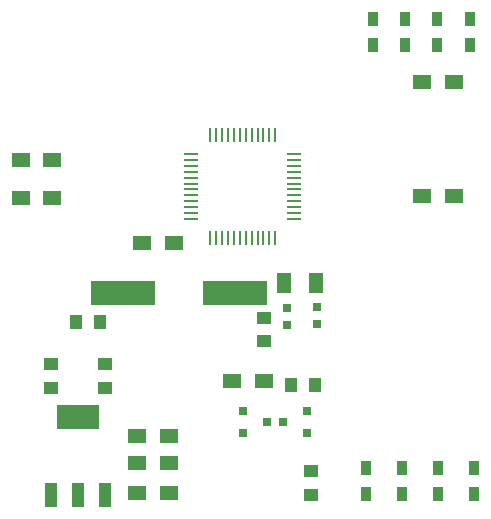
<source format=gbr>
G04 #@! TF.FileFunction,Paste,Bot*
%FSLAX46Y46*%
G04 Gerber Fmt 4.6, Leading zero omitted, Abs format (unit mm)*
G04 Created by KiCad (PCBNEW 4.0.1-stable) date 12-Feb-16 11:10:28 AM*
%MOMM*%
G01*
G04 APERTURE LIST*
%ADD10C,0.100000*%
%ADD11R,1.250000X1.000000*%
%ADD12R,1.000000X1.250000*%
%ADD13R,0.800100X0.800100*%
%ADD14R,1.500000X1.300000*%
%ADD15R,0.250000X1.300000*%
%ADD16R,1.300000X0.250000*%
%ADD17R,3.657600X2.032000*%
%ADD18R,1.016000X2.032000*%
%ADD19R,0.750000X0.800000*%
%ADD20R,0.900000X1.200000*%
%ADD21R,5.500000X2.000000*%
%ADD22R,1.200000X1.800000*%
G04 APERTURE END LIST*
D10*
D11*
X33710000Y-45850000D03*
X33710000Y-43850000D03*
X11694000Y-36814000D03*
X11694000Y-34814000D03*
X16266000Y-36814000D03*
X16266000Y-34814000D03*
X29750000Y-30850000D03*
X29750000Y-32850000D03*
D12*
X15790000Y-31240000D03*
X13790000Y-31240000D03*
X32030000Y-36576000D03*
X34030000Y-36576000D03*
D13*
X33350760Y-38750000D03*
X33350760Y-40650000D03*
X31351780Y-39700000D03*
X27949240Y-40650000D03*
X27949240Y-38750000D03*
X29948220Y-39700000D03*
D14*
X29730000Y-36190000D03*
X27030000Y-36190000D03*
X18980000Y-40894000D03*
X21680000Y-40894000D03*
X45820000Y-10910000D03*
X43120000Y-10910000D03*
X45760000Y-20550000D03*
X43060000Y-20550000D03*
X22110000Y-24570000D03*
X19410000Y-24570000D03*
X11800000Y-17500000D03*
X9100000Y-17500000D03*
X11800000Y-20700000D03*
X9100000Y-20700000D03*
D15*
X30665000Y-24105000D03*
X30165000Y-24105000D03*
X29665000Y-24105000D03*
X29165000Y-24105000D03*
X28665000Y-24105000D03*
X28165000Y-24105000D03*
X27665000Y-24105000D03*
X27165000Y-24105000D03*
X26665000Y-24105000D03*
X26165000Y-24105000D03*
X25665000Y-24105000D03*
X25165000Y-24105000D03*
D16*
X23565000Y-22505000D03*
X23565000Y-22005000D03*
X23565000Y-21505000D03*
X23565000Y-21005000D03*
X23565000Y-20505000D03*
X23565000Y-20005000D03*
X23565000Y-19505000D03*
X23565000Y-19005000D03*
X23565000Y-18505000D03*
X23565000Y-18005000D03*
X23565000Y-17505000D03*
X23565000Y-17005000D03*
D15*
X25165000Y-15405000D03*
X25665000Y-15405000D03*
X26165000Y-15405000D03*
X26665000Y-15405000D03*
X27165000Y-15405000D03*
X27665000Y-15405000D03*
X28165000Y-15405000D03*
X28665000Y-15405000D03*
X29165000Y-15405000D03*
X29665000Y-15405000D03*
X30165000Y-15405000D03*
X30665000Y-15405000D03*
D16*
X32265000Y-17005000D03*
X32265000Y-17505000D03*
X32265000Y-18005000D03*
X32265000Y-18505000D03*
X32265000Y-19005000D03*
X32265000Y-19505000D03*
X32265000Y-20005000D03*
X32265000Y-20505000D03*
X32265000Y-21005000D03*
X32265000Y-21505000D03*
X32265000Y-22005000D03*
X32265000Y-22505000D03*
D14*
X18980000Y-43180000D03*
X21680000Y-43180000D03*
X18980000Y-45720000D03*
X21680000Y-45720000D03*
D17*
X13980000Y-39243000D03*
D18*
X13980000Y-45847000D03*
X11694000Y-45847000D03*
X16266000Y-45847000D03*
D19*
X34160000Y-29920000D03*
X34160000Y-31420000D03*
X31690000Y-30010000D03*
X31690000Y-31510000D03*
D20*
X47520000Y-45800000D03*
X47520000Y-43600000D03*
X38360000Y-45800000D03*
X38360000Y-43600000D03*
X41650000Y-5600000D03*
X41650000Y-7800000D03*
X38950000Y-5600000D03*
X38950000Y-7800000D03*
X47150000Y-5600000D03*
X47150000Y-7800000D03*
X44350000Y-5600000D03*
X44350000Y-7800000D03*
X41420000Y-45800000D03*
X41420000Y-43600000D03*
X44460000Y-43610000D03*
X44460000Y-45810000D03*
D21*
X27270000Y-28800000D03*
X17770000Y-28800000D03*
D22*
X34110000Y-27970000D03*
X31410000Y-27970000D03*
M02*

</source>
